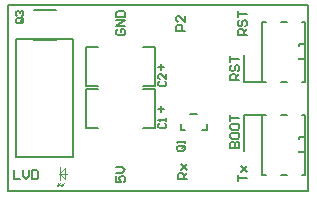
<source format=gto>
G04 Layer_Color=65535*
%FSLAX25Y25*%
%MOIN*%
G70*
G01*
G75*
%ADD18C,0.00600*%
%ADD30C,0.00591*%
%ADD31C,0.00394*%
%ADD32C,0.00700*%
D18*
X78500Y25500D02*
X84500D01*
X78500Y13500D02*
Y25500D01*
Y36500D02*
Y45500D01*
Y36500D02*
X84500D01*
X51000Y40500D02*
Y42500D01*
X50000Y41500D02*
X52000D01*
X45000Y48000D02*
X49000D01*
Y35000D02*
Y48000D01*
X45000Y35000D02*
X49000D01*
X26000Y48000D02*
X30000D01*
X26000Y35000D02*
X30000D01*
X26000D02*
Y48000D01*
X8500Y60600D02*
X16000D01*
X8500Y50600D02*
X16000D01*
X98000Y56500D02*
X99000D01*
X97000Y49000D02*
X99000D01*
X97000Y48500D02*
Y49000D01*
Y44000D02*
Y44500D01*
Y44000D02*
X99000D01*
Y36500D02*
Y56500D01*
X98000Y36500D02*
X99000D01*
X91000Y56500D02*
X93000D01*
X84500D02*
X86000D01*
X91000Y36500D02*
X93000D01*
X84500D02*
Y56500D01*
Y36500D02*
X86000D01*
X98000Y25500D02*
X99000D01*
X97000Y18000D02*
X99000D01*
X97000Y17500D02*
Y18000D01*
Y13000D02*
Y13500D01*
Y13000D02*
X99000D01*
Y5500D02*
Y25500D01*
X98000Y5500D02*
X99000D01*
X91000Y25500D02*
X93000D01*
X84500D02*
X86000D01*
X91000Y5500D02*
X93000D01*
X84500D02*
Y25500D01*
Y5500D02*
X86000D01*
X51000Y26500D02*
Y28500D01*
X50000Y27500D02*
X52000D01*
X26000Y21000D02*
X30000D01*
X26000D02*
Y34000D01*
X30000D01*
X45000D02*
X49000D01*
Y21000D02*
Y34000D01*
X45000Y21000D02*
X49000D01*
X50417Y22666D02*
X50001Y22250D01*
Y21417D01*
X50417Y21000D01*
X52083D01*
X52500Y21417D01*
Y22250D01*
X52083Y22666D01*
X52500Y23499D02*
Y24332D01*
Y23916D01*
X50001D01*
X50417Y23499D01*
Y36666D02*
X50001Y36250D01*
Y35416D01*
X50417Y35000D01*
X52083D01*
X52500Y35416D01*
Y36250D01*
X52083Y36666D01*
X52500Y39165D02*
Y37499D01*
X50834Y39165D01*
X50417D01*
X50001Y38749D01*
Y37916D01*
X50417Y37499D01*
X4583Y57666D02*
X2917D01*
X2501Y57250D01*
Y56416D01*
X2917Y56000D01*
X4583D01*
X5000Y56416D01*
Y57250D01*
X4167Y56833D02*
X5000Y57666D01*
Y57250D02*
X4583Y57666D01*
X2917Y58499D02*
X2501Y58916D01*
Y59749D01*
X2917Y60165D01*
X3334D01*
X3750Y59749D01*
Y59332D01*
Y59749D01*
X4167Y60165D01*
X4583D01*
X5000Y59749D01*
Y58916D01*
X4583Y58499D01*
X58284Y15266D02*
X56617D01*
X56201Y14850D01*
Y14017D01*
X56617Y13600D01*
X58284D01*
X58700Y14017D01*
Y14850D01*
X57867Y14433D02*
X58700Y15266D01*
Y14850D02*
X58284Y15266D01*
X58700Y16099D02*
Y16932D01*
Y16516D01*
X56201D01*
X56617Y16099D01*
X79500Y52000D02*
X76501D01*
Y53500D01*
X77001Y53999D01*
X78000D01*
X78500Y53500D01*
Y52000D01*
Y53000D02*
X79500Y53999D01*
X77001Y56998D02*
X76501Y56499D01*
Y55499D01*
X77001Y54999D01*
X77501D01*
X78000Y55499D01*
Y56499D01*
X78500Y56998D01*
X79000D01*
X79500Y56499D01*
Y55499D01*
X79000Y54999D01*
X76501Y57998D02*
Y59997D01*
Y58998D01*
X79500D01*
X59000Y53500D02*
X56001D01*
Y55000D01*
X56501Y55499D01*
X57500D01*
X58000Y55000D01*
Y53500D01*
X59000Y58498D02*
Y56499D01*
X57001Y58498D01*
X56501D01*
X56001Y57999D01*
Y56999D01*
X56501Y56499D01*
X76501Y3500D02*
Y5499D01*
Y4500D01*
X79500D01*
X77501Y6499D02*
X79500Y8498D01*
X78500Y7499D01*
X77501Y8498D01*
X79500Y6499D01*
X59500Y4000D02*
X56501D01*
Y5500D01*
X57001Y5999D01*
X58000D01*
X58500Y5500D01*
Y4000D01*
Y5000D02*
X59500Y5999D01*
X57501Y6999D02*
X59500Y8998D01*
X58500Y7999D01*
X57501Y8998D01*
X59500Y6999D01*
X36001Y4999D02*
Y3000D01*
X37501D01*
X37001Y4000D01*
Y4499D01*
X37501Y4999D01*
X38500D01*
X39000Y4499D01*
Y3500D01*
X38500Y3000D01*
X36001Y5999D02*
X38000D01*
X39000Y6999D01*
X38000Y7998D01*
X36001D01*
X36501Y53999D02*
X36001Y53500D01*
Y52500D01*
X36501Y52000D01*
X38500D01*
X39000Y52500D01*
Y53500D01*
X38500Y53999D01*
X37501D01*
Y53000D01*
X39000Y54999D02*
X36001D01*
X39000Y56998D01*
X36001D01*
Y57998D02*
X39000D01*
Y59498D01*
X38500Y59997D01*
X36501D01*
X36001Y59498D01*
Y57998D01*
X2000Y6999D02*
Y4000D01*
X3999D01*
X4999Y6999D02*
Y5000D01*
X5999Y4000D01*
X6998Y5000D01*
Y6999D01*
X7998D02*
Y4000D01*
X9498D01*
X9997Y4500D01*
Y6499D01*
X9498Y6999D01*
X7998D01*
X0Y0D02*
Y62000D01*
Y0D02*
X100000D01*
Y62000D01*
X99500D02*
X100000D01*
X0D02*
X99500D01*
D30*
X2350Y11350D02*
X21650D01*
Y50650D01*
X2350D02*
X21650D01*
X2350Y11350D02*
Y50650D01*
X57400Y20400D02*
Y22500D01*
Y20400D02*
X59000D01*
X60500Y25900D02*
X63000D01*
X64550Y20400D02*
X66200D01*
Y22550D01*
D31*
X17050Y6000D02*
X18950Y7900D01*
Y4000D02*
Y7900D01*
X17050Y3900D02*
Y8000D01*
Y5900D02*
Y6000D01*
X17500Y1850D02*
X18800Y3150D01*
X17500Y1850D02*
X17750Y2600D01*
X17500Y1850D02*
X18300Y2050D01*
X16700Y5950D02*
X19400D01*
X17050Y5900D02*
X18950Y4000D01*
X16300Y1950D02*
X17500Y3150D01*
X16300Y1950D02*
X17100Y2200D01*
X16300Y1950D02*
X16500Y2650D01*
D32*
X74001Y14500D02*
X77000D01*
Y16000D01*
X76500Y16499D01*
X76000D01*
X75501Y16000D01*
Y14500D01*
Y16000D01*
X75001Y16499D01*
X74501D01*
X74001Y16000D01*
Y14500D01*
Y18999D02*
Y17999D01*
X74501Y17499D01*
X76500D01*
X77000Y17999D01*
Y18999D01*
X76500Y19498D01*
X74501D01*
X74001Y18999D01*
Y21998D02*
Y20998D01*
X74501Y20498D01*
X76500D01*
X77000Y20998D01*
Y21998D01*
X76500Y22497D01*
X74501D01*
X74001Y21998D01*
Y23497D02*
Y25496D01*
Y24497D01*
X77000D01*
Y37000D02*
X74001D01*
Y38500D01*
X74501Y38999D01*
X75501D01*
X76000Y38500D01*
Y37000D01*
Y38000D02*
X77000Y38999D01*
X74501Y41998D02*
X74001Y41499D01*
Y40499D01*
X74501Y39999D01*
X75001D01*
X75501Y40499D01*
Y41499D01*
X76000Y41998D01*
X76500D01*
X77000Y41499D01*
Y40499D01*
X76500Y39999D01*
X74001Y42998D02*
Y44997D01*
Y43998D01*
X77000D01*
M02*

</source>
